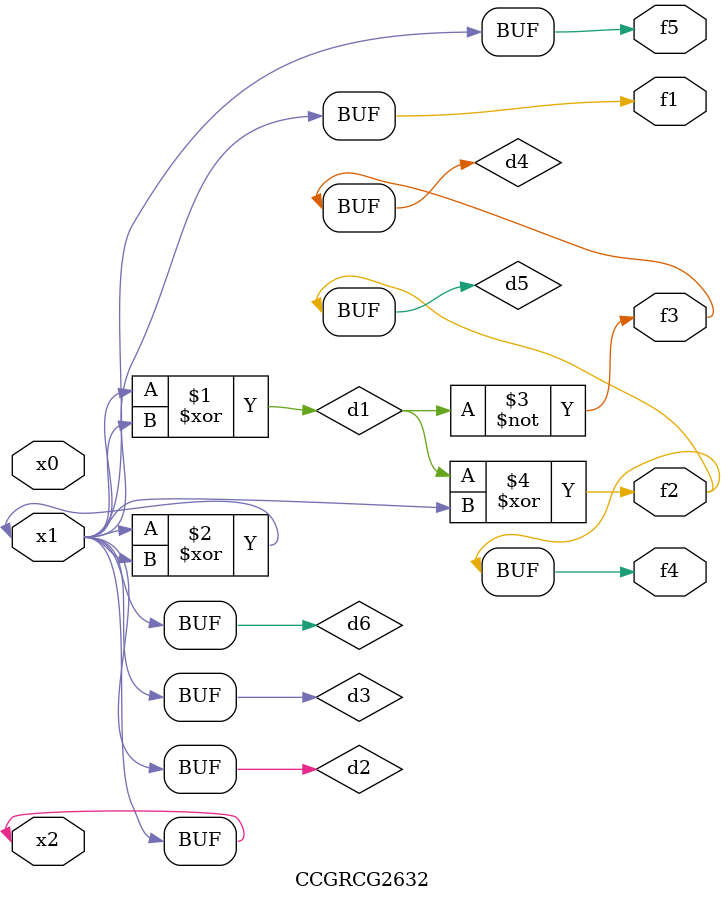
<source format=v>
module CCGRCG2632(
	input x0, x1, x2,
	output f1, f2, f3, f4, f5
);

	wire d1, d2, d3, d4, d5, d6;

	xor (d1, x1, x2);
	buf (d2, x1, x2);
	xor (d3, x1, x2);
	nor (d4, d1);
	xor (d5, d1, d2);
	buf (d6, d2, d3);
	assign f1 = d6;
	assign f2 = d5;
	assign f3 = d4;
	assign f4 = d5;
	assign f5 = d6;
endmodule

</source>
